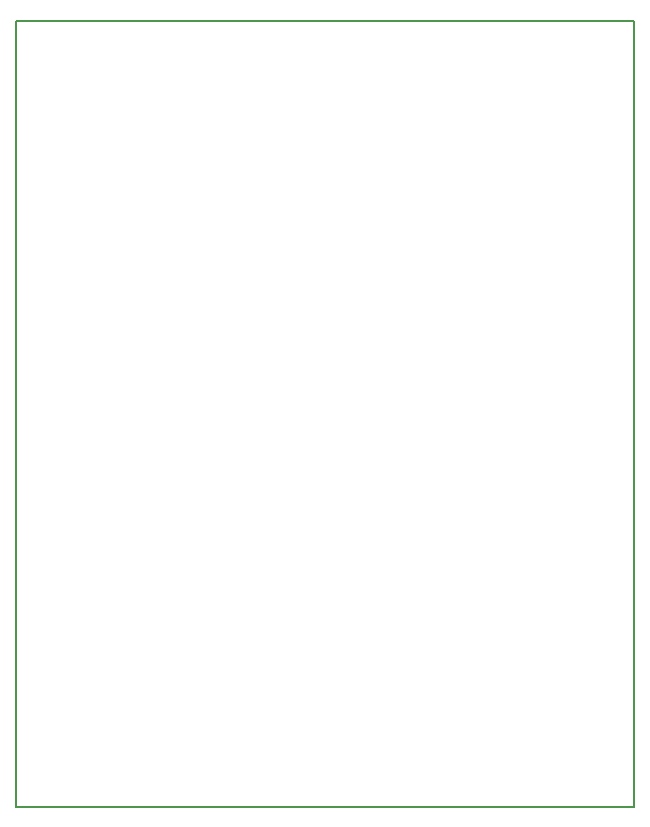
<source format=gm1>
G04 Layer_Color=16711935*
%FSLAX25Y25*%
%MOIN*%
G70*
G01*
G75*
%ADD20C,0.00500*%
D20*
X100000Y100000D02*
X306000D01*
Y362000D01*
X100000D02*
X306000D01*
X100000Y100000D02*
Y362000D01*
Y100000D02*
X306000D01*
Y362000D01*
X100000D02*
X306000D01*
X100000Y100000D02*
Y362000D01*
M02*

</source>
